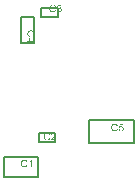
<source format=gbr>
%TF.GenerationSoftware,Altium Limited,Altium Designer,22.10.1 (41)*%
G04 Layer_Color=16711935*
%FSLAX45Y45*%
%MOMM*%
%TF.SameCoordinates,19E9B31E-7746-43A9-897C-89C24B045B63*%
%TF.FilePolarity,Positive*%
%TF.FileFunction,Other,Top_Assembly*%
%TF.Part,Single*%
G01*
G75*
%TA.AperFunction,NonConductor*%
%ADD23C,0.20000*%
G36*
X2664518Y834455D02*
X2665350Y834362D01*
X2666367Y834270D01*
X2667384Y834177D01*
X2668586Y833900D01*
X2671082Y833345D01*
X2673856Y832513D01*
X2675243Y831958D01*
X2676537Y831311D01*
X2677832Y830479D01*
X2679126Y829647D01*
X2679218Y829555D01*
X2679403Y829462D01*
X2679773Y829185D01*
X2680235Y828722D01*
X2680698Y828260D01*
X2681345Y827613D01*
X2681992Y826873D01*
X2682732Y826134D01*
X2683471Y825209D01*
X2684211Y824100D01*
X2685043Y822990D01*
X2685783Y821788D01*
X2686430Y820401D01*
X2687170Y819015D01*
X2687724Y817535D01*
X2688279Y815871D01*
X2679958Y813930D01*
Y814022D01*
X2679866Y814207D01*
X2679681Y814577D01*
X2679496Y815039D01*
X2679311Y815594D01*
X2679034Y816333D01*
X2678294Y817813D01*
X2677369Y819477D01*
X2676260Y821141D01*
X2674873Y822713D01*
X2673394Y824100D01*
X2673209Y824285D01*
X2672654Y824654D01*
X2671729Y825117D01*
X2670528Y825764D01*
X2668956Y826319D01*
X2667199Y826873D01*
X2665073Y827243D01*
X2662761Y827336D01*
X2662022D01*
X2661559Y827243D01*
X2660912D01*
X2660172Y827151D01*
X2658416Y826873D01*
X2656474Y826504D01*
X2654440Y825856D01*
X2652314Y824932D01*
X2650372Y823730D01*
X2650280D01*
X2650187Y823545D01*
X2649540Y823083D01*
X2648708Y822343D01*
X2647691Y821234D01*
X2646489Y819847D01*
X2645380Y818275D01*
X2644363Y816333D01*
X2643438Y814207D01*
Y814114D01*
X2643345Y813930D01*
X2643253Y813652D01*
X2643161Y813190D01*
X2642976Y812635D01*
X2642791Y811988D01*
X2642513Y810416D01*
X2642144Y808567D01*
X2641774Y806533D01*
X2641589Y804314D01*
X2641496Y801910D01*
Y801818D01*
Y801540D01*
Y801078D01*
Y800523D01*
X2641589Y799876D01*
Y799044D01*
X2641681Y798120D01*
X2641774Y797103D01*
X2642051Y794884D01*
X2642513Y792480D01*
X2643068Y790076D01*
X2643808Y787672D01*
Y787580D01*
X2643900Y787395D01*
X2644085Y787117D01*
X2644270Y786655D01*
X2644825Y785546D01*
X2645657Y784251D01*
X2646674Y782772D01*
X2647968Y781200D01*
X2649448Y779813D01*
X2651204Y778519D01*
X2651297D01*
X2651482Y778426D01*
X2651759Y778242D01*
X2652129Y778057D01*
X2652591Y777872D01*
X2653146Y777594D01*
X2654440Y777040D01*
X2656104Y776485D01*
X2657954Y776023D01*
X2659988Y775653D01*
X2662114Y775560D01*
X2662761D01*
X2663316Y775653D01*
X2663963D01*
X2664610Y775745D01*
X2666275Y776115D01*
X2668216Y776577D01*
X2670158Y777317D01*
X2672192Y778334D01*
X2673209Y778889D01*
X2674133Y779628D01*
X2674226Y779721D01*
X2674318Y779813D01*
X2674596Y780091D01*
X2674965Y780368D01*
X2675335Y780830D01*
X2675798Y781385D01*
X2676352Y781940D01*
X2676815Y782679D01*
X2677369Y783512D01*
X2678016Y784436D01*
X2678571Y785361D01*
X2679126Y786470D01*
X2679588Y787672D01*
X2680051Y788966D01*
X2680513Y790353D01*
X2680883Y791833D01*
X2689389Y789706D01*
Y789614D01*
X2689296Y789244D01*
X2689111Y788689D01*
X2688834Y787949D01*
X2688556Y787117D01*
X2688187Y786100D01*
X2687724Y784991D01*
X2687170Y783789D01*
X2685875Y781200D01*
X2684211Y778611D01*
X2683194Y777317D01*
X2682177Y776023D01*
X2681068Y774913D01*
X2679773Y773804D01*
X2679681Y773711D01*
X2679496Y773526D01*
X2679034Y773341D01*
X2678571Y772972D01*
X2677832Y772509D01*
X2677092Y772047D01*
X2676075Y771585D01*
X2675058Y771122D01*
X2673856Y770568D01*
X2672562Y770105D01*
X2671175Y769643D01*
X2669695Y769181D01*
X2668124Y768811D01*
X2666459Y768626D01*
X2664703Y768441D01*
X2662854Y768349D01*
X2661837D01*
X2661097Y768441D01*
X2660265D01*
X2659248Y768534D01*
X2658138Y768719D01*
X2656844Y768903D01*
X2654163Y769366D01*
X2651389Y770105D01*
X2648615Y771122D01*
X2647321Y771770D01*
X2646027Y772509D01*
X2645934Y772602D01*
X2645749Y772694D01*
X2645380Y772972D01*
X2645010Y773341D01*
X2644455Y773711D01*
X2643808Y774266D01*
X2643068Y774913D01*
X2642328Y775653D01*
X2641589Y776485D01*
X2640757Y777317D01*
X2639093Y779443D01*
X2637521Y781940D01*
X2636134Y784713D01*
Y784806D01*
X2635949Y785083D01*
X2635857Y785546D01*
X2635579Y786100D01*
X2635394Y786840D01*
X2635117Y787764D01*
X2634747Y788782D01*
X2634470Y789891D01*
X2634192Y791093D01*
X2633823Y792480D01*
X2633360Y795346D01*
X2632990Y798582D01*
X2632806Y801910D01*
Y802003D01*
Y802373D01*
Y802927D01*
X2632898Y803574D01*
Y804499D01*
X2632990Y805424D01*
X2633083Y806626D01*
X2633268Y807827D01*
X2633730Y810509D01*
X2634377Y813467D01*
X2635302Y816426D01*
X2636596Y819292D01*
X2636689Y819384D01*
X2636781Y819662D01*
X2636966Y820032D01*
X2637336Y820494D01*
X2637706Y821141D01*
X2638168Y821881D01*
X2639370Y823545D01*
X2640942Y825394D01*
X2642791Y827243D01*
X2644917Y829092D01*
X2647414Y830664D01*
X2647506Y830757D01*
X2647783Y830849D01*
X2648153Y831034D01*
X2648615Y831311D01*
X2649355Y831589D01*
X2650095Y831866D01*
X2651019Y832236D01*
X2652036Y832606D01*
X2653146Y832975D01*
X2654348Y833345D01*
X2656937Y833900D01*
X2659895Y834362D01*
X2662946Y834547D01*
X2663871D01*
X2664518Y834455D01*
D02*
G37*
G36*
X2735986Y825117D02*
X2710376D01*
X2706955Y807827D01*
X2707048Y807920D01*
X2707233Y808012D01*
X2707510Y808197D01*
X2707972Y808475D01*
X2708527Y808752D01*
X2709174Y809122D01*
X2710653Y809861D01*
X2712503Y810601D01*
X2714537Y811248D01*
X2716756Y811711D01*
X2717865Y811896D01*
X2719899D01*
X2720454Y811803D01*
X2721193Y811711D01*
X2722026Y811618D01*
X2722950Y811433D01*
X2723967Y811156D01*
X2726186Y810509D01*
X2727388Y810046D01*
X2728590Y809399D01*
X2729792Y808752D01*
X2730994Y808012D01*
X2732103Y807088D01*
X2733213Y806071D01*
X2733305Y805978D01*
X2733490Y805793D01*
X2733767Y805516D01*
X2734137Y805054D01*
X2734600Y804407D01*
X2735062Y803759D01*
X2735617Y802927D01*
X2736171Y802003D01*
X2736634Y800986D01*
X2737188Y799876D01*
X2737651Y798582D01*
X2738113Y797287D01*
X2738483Y795901D01*
X2738760Y794329D01*
X2738945Y792757D01*
X2739037Y791093D01*
Y791000D01*
Y790723D01*
Y790261D01*
X2738945Y789614D01*
X2738853Y788874D01*
X2738760Y788042D01*
X2738575Y787025D01*
X2738390Y786008D01*
X2737836Y783604D01*
X2736911Y781108D01*
X2736356Y779813D01*
X2735617Y778611D01*
X2734877Y777317D01*
X2733952Y776115D01*
X2733860Y776023D01*
X2733675Y775745D01*
X2733305Y775375D01*
X2732843Y774913D01*
X2732196Y774358D01*
X2731456Y773619D01*
X2730531Y772972D01*
X2729514Y772232D01*
X2728405Y771492D01*
X2727111Y770845D01*
X2725724Y770198D01*
X2724244Y769551D01*
X2722673Y769088D01*
X2720916Y768719D01*
X2719067Y768441D01*
X2717125Y768349D01*
X2716293D01*
X2715646Y768441D01*
X2714906Y768534D01*
X2714074Y768626D01*
X2713057Y768719D01*
X2712040Y768996D01*
X2709729Y769551D01*
X2707417Y770383D01*
X2706216Y770937D01*
X2705014Y771585D01*
X2703904Y772324D01*
X2702795Y773156D01*
X2702702Y773249D01*
X2702517Y773341D01*
X2702332Y773711D01*
X2701963Y774081D01*
X2701500Y774543D01*
X2701038Y775098D01*
X2700483Y775838D01*
X2700021Y776670D01*
X2699466Y777502D01*
X2698912Y778519D01*
X2697895Y780738D01*
X2697062Y783327D01*
X2696785Y784713D01*
X2696600Y786193D01*
X2704829Y786840D01*
Y786747D01*
Y786563D01*
X2704921Y786285D01*
X2705014Y785823D01*
X2705291Y784806D01*
X2705661Y783419D01*
X2706216Y782032D01*
X2706955Y780460D01*
X2707880Y779074D01*
X2708989Y777779D01*
X2709174Y777687D01*
X2709544Y777317D01*
X2710284Y776855D01*
X2711301Y776300D01*
X2712410Y775745D01*
X2713797Y775283D01*
X2715369Y774913D01*
X2717125Y774821D01*
X2717680D01*
X2718050Y774913D01*
X2719159Y775006D01*
X2720454Y775375D01*
X2722026Y775838D01*
X2723597Y776577D01*
X2725262Y777687D01*
X2726001Y778334D01*
X2726741Y779074D01*
X2726833Y779166D01*
X2726926Y779259D01*
X2727111Y779536D01*
X2727388Y779813D01*
X2728035Y780830D01*
X2728775Y782125D01*
X2729422Y783696D01*
X2730069Y785638D01*
X2730531Y787949D01*
X2730716Y789151D01*
Y790446D01*
Y790538D01*
Y790723D01*
Y791093D01*
X2730624Y791555D01*
Y792110D01*
X2730531Y792757D01*
X2730254Y794236D01*
X2729792Y795993D01*
X2729145Y797750D01*
X2728220Y799414D01*
X2726926Y800986D01*
Y801078D01*
X2726741Y801171D01*
X2726279Y801633D01*
X2725446Y802280D01*
X2724337Y803020D01*
X2722858Y803667D01*
X2721193Y804314D01*
X2719252Y804776D01*
X2718142Y804961D01*
X2716386D01*
X2715646Y804869D01*
X2714722Y804776D01*
X2713612Y804499D01*
X2712503Y804222D01*
X2711301Y803759D01*
X2710099Y803205D01*
X2710006Y803112D01*
X2709636Y802927D01*
X2709082Y802465D01*
X2708342Y802003D01*
X2707602Y801356D01*
X2706863Y800523D01*
X2706031Y799691D01*
X2705383Y798674D01*
X2697987Y799691D01*
X2704182Y832606D01*
X2735986D01*
Y825117D01*
D02*
G37*
G36*
X1958439Y1623793D02*
X1959363D01*
X1960288Y1623701D01*
X1961490Y1623608D01*
X1962692Y1623423D01*
X1965373Y1622961D01*
X1968331Y1622314D01*
X1971290Y1621389D01*
X1974156Y1620095D01*
X1974249Y1620003D01*
X1974526Y1619910D01*
X1974896Y1619725D01*
X1975358Y1619355D01*
X1976005Y1618986D01*
X1976745Y1618523D01*
X1978409Y1617321D01*
X1980258Y1615750D01*
X1982107Y1613901D01*
X1983956Y1611774D01*
X1985528Y1609278D01*
X1985621Y1609185D01*
X1985713Y1608908D01*
X1985898Y1608538D01*
X1986175Y1608076D01*
X1986453Y1607336D01*
X1986730Y1606596D01*
X1987100Y1605672D01*
X1987470Y1604655D01*
X1987840Y1603545D01*
X1988209Y1602344D01*
X1988764Y1599755D01*
X1989226Y1596796D01*
X1989411Y1593745D01*
Y1592821D01*
X1989319Y1592173D01*
X1989226Y1591341D01*
X1989134Y1590324D01*
X1989041Y1589307D01*
X1988764Y1588105D01*
X1988209Y1585609D01*
X1987377Y1582835D01*
X1986823Y1581448D01*
X1986175Y1580154D01*
X1985343Y1578860D01*
X1984511Y1577565D01*
X1984419Y1577473D01*
X1984326Y1577288D01*
X1984049Y1576918D01*
X1983587Y1576456D01*
X1983124Y1575994D01*
X1982477Y1575346D01*
X1981737Y1574699D01*
X1980998Y1573960D01*
X1980073Y1573220D01*
X1978964Y1572480D01*
X1977854Y1571648D01*
X1976652Y1570908D01*
X1975266Y1570261D01*
X1973879Y1569522D01*
X1972399Y1568967D01*
X1970735Y1568412D01*
X1968794Y1576733D01*
X1968886D01*
X1969071Y1576826D01*
X1969441Y1577011D01*
X1969903Y1577195D01*
X1970458Y1577380D01*
X1971197Y1577658D01*
X1972677Y1578397D01*
X1974341Y1579322D01*
X1976005Y1580431D01*
X1977577Y1581818D01*
X1978964Y1583298D01*
X1979149Y1583482D01*
X1979519Y1584037D01*
X1979981Y1584962D01*
X1980628Y1586164D01*
X1981183Y1587735D01*
X1981737Y1589492D01*
X1982107Y1591619D01*
X1982200Y1593930D01*
Y1594670D01*
X1982107Y1595132D01*
Y1595779D01*
X1982015Y1596519D01*
X1981737Y1598275D01*
X1981368Y1600217D01*
X1980720Y1602251D01*
X1979796Y1604378D01*
X1978594Y1606319D01*
Y1606412D01*
X1978409Y1606504D01*
X1977947Y1607151D01*
X1977207Y1607983D01*
X1976098Y1609000D01*
X1974711Y1610202D01*
X1973139Y1611312D01*
X1971197Y1612329D01*
X1969071Y1613253D01*
X1968979D01*
X1968794Y1613346D01*
X1968516Y1613438D01*
X1968054Y1613531D01*
X1967499Y1613716D01*
X1966852Y1613901D01*
X1965280Y1614178D01*
X1963431Y1614548D01*
X1961397Y1614918D01*
X1959178Y1615102D01*
X1956774Y1615195D01*
X1956682D01*
X1956405D01*
X1955942D01*
X1955388D01*
X1954740Y1615102D01*
X1953908D01*
X1952984Y1615010D01*
X1951967Y1614918D01*
X1949748Y1614640D01*
X1947344Y1614178D01*
X1944940Y1613623D01*
X1942536Y1612883D01*
X1942444D01*
X1942259Y1612791D01*
X1941981Y1612606D01*
X1941519Y1612421D01*
X1940410Y1611866D01*
X1939115Y1611034D01*
X1937636Y1610017D01*
X1936064Y1608723D01*
X1934677Y1607244D01*
X1933383Y1605487D01*
Y1605395D01*
X1933291Y1605210D01*
X1933106Y1604932D01*
X1932921Y1604562D01*
X1932736Y1604100D01*
X1932458Y1603545D01*
X1931904Y1602251D01*
X1931349Y1600587D01*
X1930887Y1598738D01*
X1930517Y1596704D01*
X1930424Y1594577D01*
Y1593930D01*
X1930517Y1593375D01*
Y1592728D01*
X1930609Y1592081D01*
X1930979Y1590417D01*
X1931441Y1588475D01*
X1932181Y1586534D01*
X1933198Y1584499D01*
X1933753Y1583482D01*
X1934492Y1582558D01*
X1934585Y1582465D01*
X1934677Y1582373D01*
X1934955Y1582096D01*
X1935232Y1581726D01*
X1935694Y1581356D01*
X1936249Y1580894D01*
X1936804Y1580339D01*
X1937543Y1579877D01*
X1938376Y1579322D01*
X1939300Y1578675D01*
X1940225Y1578120D01*
X1941334Y1577565D01*
X1942536Y1577103D01*
X1943831Y1576641D01*
X1945217Y1576178D01*
X1946697Y1575809D01*
X1944570Y1567303D01*
X1944478D01*
X1944108Y1567395D01*
X1943553Y1567580D01*
X1942813Y1567857D01*
X1941981Y1568135D01*
X1940964Y1568505D01*
X1939855Y1568967D01*
X1938653Y1569522D01*
X1936064Y1570816D01*
X1933475Y1572480D01*
X1932181Y1573497D01*
X1930887Y1574514D01*
X1929777Y1575624D01*
X1928668Y1576918D01*
X1928575Y1577011D01*
X1928390Y1577195D01*
X1928205Y1577658D01*
X1927836Y1578120D01*
X1927373Y1578860D01*
X1926911Y1579599D01*
X1926449Y1580616D01*
X1925986Y1581633D01*
X1925432Y1582835D01*
X1924969Y1584130D01*
X1924507Y1585517D01*
X1924045Y1586996D01*
X1923675Y1588568D01*
X1923490Y1590232D01*
X1923305Y1591988D01*
X1923213Y1593838D01*
Y1594855D01*
X1923305Y1595594D01*
Y1596426D01*
X1923398Y1597443D01*
X1923583Y1598553D01*
X1923768Y1599847D01*
X1924230Y1602528D01*
X1924969Y1605302D01*
X1925986Y1608076D01*
X1926634Y1609370D01*
X1927373Y1610665D01*
X1927466Y1610757D01*
X1927558Y1610942D01*
X1927836Y1611312D01*
X1928205Y1611682D01*
X1928575Y1612236D01*
X1929130Y1612883D01*
X1929777Y1613623D01*
X1930517Y1614363D01*
X1931349Y1615102D01*
X1932181Y1615935D01*
X1934308Y1617599D01*
X1936804Y1619170D01*
X1939578Y1620557D01*
X1939670D01*
X1939947Y1620742D01*
X1940410Y1620835D01*
X1940964Y1621112D01*
X1941704Y1621297D01*
X1942629Y1621574D01*
X1943646Y1621944D01*
X1944755Y1622222D01*
X1945957Y1622499D01*
X1947344Y1622869D01*
X1950210Y1623331D01*
X1953446Y1623701D01*
X1956774Y1623886D01*
X1956867D01*
X1957237D01*
X1957791D01*
X1958439Y1623793D01*
D02*
G37*
G36*
X1988302Y1533464D02*
Y1527084D01*
X1946882D01*
Y1518393D01*
X1939670D01*
Y1527084D01*
X1924322D01*
Y1534943D01*
X1939670D01*
Y1562772D01*
X1946882D01*
X1988302Y1533464D01*
D02*
G37*
G36*
X2141136Y1842835D02*
X2141968Y1842742D01*
X2142985Y1842650D01*
X2144002Y1842557D01*
X2145204Y1842280D01*
X2147700Y1841725D01*
X2150474Y1840893D01*
X2151861Y1840338D01*
X2153155Y1839691D01*
X2154449Y1838859D01*
X2155744Y1838027D01*
X2155836Y1837935D01*
X2156021Y1837842D01*
X2156391Y1837565D01*
X2156853Y1837102D01*
X2157315Y1836640D01*
X2157963Y1835993D01*
X2158610Y1835253D01*
X2159350Y1834514D01*
X2160089Y1833589D01*
X2160829Y1832480D01*
X2161661Y1831370D01*
X2162401Y1830168D01*
X2163048Y1828781D01*
X2163787Y1827395D01*
X2164342Y1825915D01*
X2164897Y1824251D01*
X2156576Y1822310D01*
Y1822402D01*
X2156483Y1822587D01*
X2156298Y1822957D01*
X2156114Y1823419D01*
X2155929Y1823974D01*
X2155651Y1824713D01*
X2154912Y1826193D01*
X2153987Y1827857D01*
X2152878Y1829521D01*
X2151491Y1831093D01*
X2150011Y1832480D01*
X2149827Y1832665D01*
X2149272Y1833034D01*
X2148347Y1833497D01*
X2147145Y1834144D01*
X2145574Y1834699D01*
X2143817Y1835253D01*
X2141690Y1835623D01*
X2139379Y1835716D01*
X2138639D01*
X2138177Y1835623D01*
X2137530D01*
X2136790Y1835531D01*
X2135034Y1835253D01*
X2133092Y1834884D01*
X2131058Y1834236D01*
X2128931Y1833312D01*
X2126990Y1832110D01*
X2126897D01*
X2126805Y1831925D01*
X2126158Y1831463D01*
X2125326Y1830723D01*
X2124309Y1829614D01*
X2123107Y1828227D01*
X2121997Y1826655D01*
X2120980Y1824713D01*
X2120056Y1822587D01*
Y1822494D01*
X2119963Y1822310D01*
X2119871Y1822032D01*
X2119778Y1821570D01*
X2119593Y1821015D01*
X2119409Y1820368D01*
X2119131Y1818796D01*
X2118761Y1816947D01*
X2118391Y1814913D01*
X2118207Y1812694D01*
X2118114Y1810290D01*
Y1810198D01*
Y1809920D01*
Y1809458D01*
Y1808903D01*
X2118207Y1808256D01*
Y1807424D01*
X2118299Y1806500D01*
X2118391Y1805483D01*
X2118669Y1803264D01*
X2119131Y1800860D01*
X2119686Y1798456D01*
X2120426Y1796052D01*
Y1795960D01*
X2120518Y1795775D01*
X2120703Y1795497D01*
X2120888Y1795035D01*
X2121443Y1793926D01*
X2122275Y1792631D01*
X2123292Y1791152D01*
X2124586Y1789580D01*
X2126065Y1788193D01*
X2127822Y1786899D01*
X2127914D01*
X2128099Y1786806D01*
X2128377Y1786622D01*
X2128747Y1786437D01*
X2129209Y1786252D01*
X2129764Y1785974D01*
X2131058Y1785420D01*
X2132722Y1784865D01*
X2134571Y1784403D01*
X2136605Y1784033D01*
X2138732Y1783940D01*
X2139379D01*
X2139934Y1784033D01*
X2140581D01*
X2141228Y1784125D01*
X2142892Y1784495D01*
X2144834Y1784957D01*
X2146775Y1785697D01*
X2148810Y1786714D01*
X2149827Y1787269D01*
X2150751Y1788008D01*
X2150844Y1788101D01*
X2150936Y1788193D01*
X2151213Y1788471D01*
X2151583Y1788748D01*
X2151953Y1789210D01*
X2152415Y1789765D01*
X2152970Y1790320D01*
X2153432Y1791059D01*
X2153987Y1791892D01*
X2154634Y1792816D01*
X2155189Y1793741D01*
X2155744Y1794850D01*
X2156206Y1796052D01*
X2156668Y1797346D01*
X2157131Y1798733D01*
X2157500Y1800213D01*
X2166006Y1798086D01*
Y1797994D01*
X2165914Y1797624D01*
X2165729Y1797069D01*
X2165452Y1796329D01*
X2165174Y1795497D01*
X2164804Y1794480D01*
X2164342Y1793371D01*
X2163787Y1792169D01*
X2162493Y1789580D01*
X2160829Y1786991D01*
X2159812Y1785697D01*
X2158795Y1784403D01*
X2157685Y1783293D01*
X2156391Y1782184D01*
X2156298Y1782091D01*
X2156114Y1781906D01*
X2155651Y1781721D01*
X2155189Y1781352D01*
X2154449Y1780889D01*
X2153710Y1780427D01*
X2152693Y1779965D01*
X2151676Y1779502D01*
X2150474Y1778948D01*
X2149179Y1778485D01*
X2147793Y1778023D01*
X2146313Y1777561D01*
X2144741Y1777191D01*
X2143077Y1777006D01*
X2141321Y1776821D01*
X2139471Y1776729D01*
X2138454D01*
X2137715Y1776821D01*
X2136883D01*
X2135866Y1776914D01*
X2134756Y1777099D01*
X2133462Y1777283D01*
X2130781Y1777746D01*
X2128007Y1778485D01*
X2125233Y1779502D01*
X2123939Y1780150D01*
X2122644Y1780889D01*
X2122552Y1780982D01*
X2122367Y1781074D01*
X2121997Y1781352D01*
X2121627Y1781721D01*
X2121073Y1782091D01*
X2120426Y1782646D01*
X2119686Y1783293D01*
X2118946Y1784033D01*
X2118207Y1784865D01*
X2117374Y1785697D01*
X2115710Y1787823D01*
X2114139Y1790320D01*
X2112752Y1793093D01*
Y1793186D01*
X2112567Y1793463D01*
X2112474Y1793926D01*
X2112197Y1794480D01*
X2112012Y1795220D01*
X2111735Y1796144D01*
X2111365Y1797162D01*
X2111087Y1798271D01*
X2110810Y1799473D01*
X2110440Y1800860D01*
X2109978Y1803726D01*
X2109608Y1806962D01*
X2109423Y1810290D01*
Y1810383D01*
Y1810753D01*
Y1811307D01*
X2109516Y1811954D01*
Y1812879D01*
X2109608Y1813804D01*
X2109701Y1815006D01*
X2109886Y1816207D01*
X2110348Y1818889D01*
X2110995Y1821847D01*
X2111920Y1824806D01*
X2113214Y1827672D01*
X2113306Y1827764D01*
X2113399Y1828042D01*
X2113584Y1828412D01*
X2113954Y1828874D01*
X2114323Y1829521D01*
X2114786Y1830261D01*
X2115988Y1831925D01*
X2117559Y1833774D01*
X2119409Y1835623D01*
X2121535Y1837472D01*
X2124031Y1839044D01*
X2124124Y1839137D01*
X2124401Y1839229D01*
X2124771Y1839414D01*
X2125233Y1839691D01*
X2125973Y1839969D01*
X2126713Y1840246D01*
X2127637Y1840616D01*
X2128654Y1840986D01*
X2129764Y1841355D01*
X2130966Y1841725D01*
X2133554Y1842280D01*
X2136513Y1842742D01*
X2139564Y1842927D01*
X2140488D01*
X2141136Y1842835D01*
D02*
G37*
G36*
X2195222Y1842003D02*
X2196424Y1841818D01*
X2197904Y1841540D01*
X2199568Y1841078D01*
X2201232Y1840523D01*
X2202896Y1839784D01*
X2202989D01*
X2203081Y1839691D01*
X2203636Y1839414D01*
X2204468Y1838859D01*
X2205393Y1838212D01*
X2206502Y1837287D01*
X2207612Y1836270D01*
X2208721Y1835068D01*
X2209646Y1833682D01*
X2209738Y1833497D01*
X2210015Y1833034D01*
X2210385Y1832202D01*
X2210847Y1831185D01*
X2211310Y1829983D01*
X2211680Y1828597D01*
X2211957Y1827025D01*
X2212049Y1825453D01*
Y1825268D01*
Y1824713D01*
X2211957Y1823974D01*
X2211772Y1822957D01*
X2211495Y1821755D01*
X2211032Y1820460D01*
X2210478Y1819166D01*
X2209738Y1817872D01*
X2209646Y1817687D01*
X2209368Y1817317D01*
X2208813Y1816670D01*
X2208074Y1815930D01*
X2207149Y1815098D01*
X2206040Y1814173D01*
X2204745Y1813341D01*
X2203174Y1812509D01*
X2203266D01*
X2203451Y1812417D01*
X2203728Y1812324D01*
X2204098Y1812232D01*
X2205115Y1811862D01*
X2206410Y1811307D01*
X2207889Y1810568D01*
X2209368Y1809643D01*
X2210755Y1808441D01*
X2212049Y1807054D01*
X2212142Y1806869D01*
X2212512Y1806315D01*
X2213066Y1805390D01*
X2213621Y1804188D01*
X2214176Y1802709D01*
X2214731Y1800952D01*
X2215100Y1798918D01*
X2215193Y1796699D01*
Y1796607D01*
Y1796329D01*
Y1795867D01*
X2215100Y1795312D01*
X2215008Y1794573D01*
X2214823Y1793741D01*
X2214638Y1792816D01*
X2214453Y1791799D01*
X2213714Y1789580D01*
X2213159Y1788378D01*
X2212604Y1787269D01*
X2211865Y1786067D01*
X2211032Y1784865D01*
X2210108Y1783663D01*
X2208998Y1782553D01*
X2208906Y1782461D01*
X2208721Y1782276D01*
X2208351Y1781999D01*
X2207889Y1781629D01*
X2207334Y1781167D01*
X2206595Y1780704D01*
X2205762Y1780150D01*
X2204745Y1779687D01*
X2203728Y1779133D01*
X2202526Y1778578D01*
X2201325Y1778116D01*
X2199938Y1777653D01*
X2198458Y1777283D01*
X2196887Y1777006D01*
X2195315Y1776821D01*
X2193558Y1776729D01*
X2192726D01*
X2192171Y1776821D01*
X2191432Y1776914D01*
X2190600Y1777006D01*
X2189675Y1777191D01*
X2188658Y1777376D01*
X2186439Y1777931D01*
X2184128Y1778855D01*
X2182926Y1779410D01*
X2181816Y1780057D01*
X2180707Y1780889D01*
X2179597Y1781721D01*
X2179505Y1781814D01*
X2179320Y1781999D01*
X2179043Y1782276D01*
X2178765Y1782646D01*
X2178303Y1783108D01*
X2177841Y1783755D01*
X2177286Y1784403D01*
X2176731Y1785235D01*
X2176176Y1786159D01*
X2175622Y1787084D01*
X2174605Y1789303D01*
X2173773Y1791892D01*
X2173495Y1793278D01*
X2173310Y1794758D01*
X2181169Y1795775D01*
Y1795682D01*
X2181262Y1795497D01*
X2181354Y1795127D01*
X2181446Y1794665D01*
X2181539Y1794110D01*
X2181724Y1793463D01*
X2182186Y1792076D01*
X2182833Y1790412D01*
X2183665Y1788840D01*
X2184590Y1787361D01*
X2185699Y1786067D01*
X2185884Y1785974D01*
X2186254Y1785605D01*
X2186994Y1785142D01*
X2187918Y1784680D01*
X2189028Y1784125D01*
X2190415Y1783663D01*
X2191986Y1783293D01*
X2193651Y1783201D01*
X2194205D01*
X2194575Y1783293D01*
X2195592Y1783386D01*
X2196887Y1783663D01*
X2198366Y1784125D01*
X2199938Y1784772D01*
X2201509Y1785697D01*
X2202989Y1786991D01*
X2203174Y1787176D01*
X2203636Y1787731D01*
X2204191Y1788563D01*
X2204930Y1789673D01*
X2205670Y1791059D01*
X2206225Y1792631D01*
X2206687Y1794480D01*
X2206872Y1796514D01*
Y1796607D01*
Y1796792D01*
Y1797069D01*
X2206779Y1797439D01*
X2206687Y1798456D01*
X2206410Y1799658D01*
X2206040Y1801137D01*
X2205393Y1802616D01*
X2204468Y1804096D01*
X2203266Y1805483D01*
X2203081Y1805667D01*
X2202619Y1806037D01*
X2201879Y1806592D01*
X2200862Y1807239D01*
X2199568Y1807886D01*
X2197996Y1808441D01*
X2196239Y1808811D01*
X2194298Y1808996D01*
X2193466D01*
X2192819Y1808903D01*
X2191986Y1808811D01*
X2191062Y1808626D01*
X2189952Y1808441D01*
X2188751Y1808164D01*
X2189675Y1815098D01*
X2190137D01*
X2190507Y1815006D01*
X2191709D01*
X2192726Y1815190D01*
X2193928Y1815375D01*
X2195315Y1815653D01*
X2196887Y1816115D01*
X2198366Y1816762D01*
X2199938Y1817594D01*
X2200030D01*
X2200123Y1817687D01*
X2200585Y1818057D01*
X2201232Y1818704D01*
X2201972Y1819536D01*
X2202711Y1820738D01*
X2203359Y1822125D01*
X2203821Y1823696D01*
X2204006Y1824621D01*
Y1825638D01*
Y1825730D01*
Y1825823D01*
Y1826378D01*
X2203821Y1827117D01*
X2203636Y1828134D01*
X2203266Y1829244D01*
X2202804Y1830446D01*
X2202064Y1831648D01*
X2201047Y1832757D01*
X2200955Y1832850D01*
X2200492Y1833219D01*
X2199845Y1833682D01*
X2199013Y1834236D01*
X2197904Y1834699D01*
X2196609Y1835161D01*
X2195130Y1835531D01*
X2193466Y1835623D01*
X2192726D01*
X2191894Y1835438D01*
X2190785Y1835253D01*
X2189583Y1834884D01*
X2188381Y1834421D01*
X2187086Y1833682D01*
X2185884Y1832757D01*
X2185792Y1832665D01*
X2185422Y1832202D01*
X2184867Y1831555D01*
X2184220Y1830631D01*
X2183573Y1829429D01*
X2182926Y1827949D01*
X2182371Y1826193D01*
X2182001Y1824159D01*
X2174142Y1825545D01*
Y1825638D01*
X2174235Y1825915D01*
X2174327Y1826285D01*
X2174420Y1826840D01*
X2174605Y1827487D01*
X2174882Y1828227D01*
X2175437Y1829983D01*
X2176361Y1832017D01*
X2177471Y1834051D01*
X2178858Y1835993D01*
X2180614Y1837750D01*
X2180707Y1837842D01*
X2180892Y1837935D01*
X2181169Y1838120D01*
X2181539Y1838397D01*
X2182001Y1838767D01*
X2182648Y1839137D01*
X2183296Y1839506D01*
X2184128Y1839969D01*
X2185977Y1840708D01*
X2188103Y1841448D01*
X2190600Y1841910D01*
X2191894Y1842095D01*
X2194205D01*
X2195222Y1842003D01*
D02*
G37*
G36*
X2093019Y758256D02*
X2093851Y758164D01*
X2094868Y758071D01*
X2095885Y757979D01*
X2097087Y757701D01*
X2099584Y757147D01*
X2102357Y756314D01*
X2103744Y755760D01*
X2105038Y755113D01*
X2106333Y754280D01*
X2107627Y753448D01*
X2107720Y753356D01*
X2107905Y753263D01*
X2108274Y752986D01*
X2108737Y752524D01*
X2109199Y752061D01*
X2109846Y751414D01*
X2110493Y750675D01*
X2111233Y749935D01*
X2111973Y749010D01*
X2112712Y747901D01*
X2113544Y746791D01*
X2114284Y745590D01*
X2114931Y744203D01*
X2115671Y742816D01*
X2116226Y741337D01*
X2116780Y739672D01*
X2108459Y737731D01*
Y737823D01*
X2108367Y738008D01*
X2108182Y738378D01*
X2107997Y738840D01*
X2107812Y739395D01*
X2107535Y740135D01*
X2106795Y741614D01*
X2105871Y743278D01*
X2104761Y744942D01*
X2103374Y746514D01*
X2101895Y747901D01*
X2101710Y748086D01*
X2101155Y748456D01*
X2100231Y748918D01*
X2099029Y749565D01*
X2097457Y750120D01*
X2095700Y750675D01*
X2093574Y751044D01*
X2091263Y751137D01*
X2090523D01*
X2090061Y751044D01*
X2089413D01*
X2088674Y750952D01*
X2086917Y750675D01*
X2084976Y750305D01*
X2082941Y749658D01*
X2080815Y748733D01*
X2078873Y747531D01*
X2078781D01*
X2078689Y747346D01*
X2078041Y746884D01*
X2077209Y746144D01*
X2076192Y745035D01*
X2074990Y743648D01*
X2073881Y742076D01*
X2072864Y740135D01*
X2071939Y738008D01*
Y737916D01*
X2071847Y737731D01*
X2071754Y737453D01*
X2071662Y736991D01*
X2071477Y736436D01*
X2071292Y735789D01*
X2071015Y734217D01*
X2070645Y732368D01*
X2070275Y730334D01*
X2070090Y728115D01*
X2069998Y725712D01*
Y725619D01*
Y725342D01*
Y724879D01*
Y724325D01*
X2070090Y723677D01*
Y722845D01*
X2070183Y721921D01*
X2070275Y720904D01*
X2070552Y718685D01*
X2071015Y716281D01*
X2071569Y713877D01*
X2072309Y711473D01*
Y711381D01*
X2072401Y711196D01*
X2072586Y710919D01*
X2072771Y710456D01*
X2073326Y709347D01*
X2074158Y708052D01*
X2075175Y706573D01*
X2076470Y705001D01*
X2077949Y703615D01*
X2079706Y702320D01*
X2079798D01*
X2079983Y702228D01*
X2080260Y702043D01*
X2080630Y701858D01*
X2081092Y701673D01*
X2081647Y701396D01*
X2082941Y700841D01*
X2084606Y700286D01*
X2086455Y699824D01*
X2088489Y699454D01*
X2090615Y699362D01*
X2091263D01*
X2091817Y699454D01*
X2092464D01*
X2093112Y699546D01*
X2094776Y699916D01*
X2096717Y700379D01*
X2098659Y701118D01*
X2100693Y702135D01*
X2101710Y702690D01*
X2102635Y703430D01*
X2102727Y703522D01*
X2102820Y703615D01*
X2103097Y703892D01*
X2103467Y704169D01*
X2103837Y704632D01*
X2104299Y705186D01*
X2104854Y705741D01*
X2105316Y706481D01*
X2105871Y707313D01*
X2106518Y708237D01*
X2107072Y709162D01*
X2107627Y710271D01*
X2108090Y711473D01*
X2108552Y712768D01*
X2109014Y714155D01*
X2109384Y715634D01*
X2117890Y713507D01*
Y713415D01*
X2117797Y713045D01*
X2117612Y712490D01*
X2117335Y711751D01*
X2117058Y710919D01*
X2116688Y709902D01*
X2116226Y708792D01*
X2115671Y707590D01*
X2114377Y705001D01*
X2112712Y702413D01*
X2111695Y701118D01*
X2110678Y699824D01*
X2109569Y698714D01*
X2108274Y697605D01*
X2108182Y697512D01*
X2107997Y697328D01*
X2107535Y697143D01*
X2107072Y696773D01*
X2106333Y696311D01*
X2105593Y695848D01*
X2104576Y695386D01*
X2103559Y694924D01*
X2102357Y694369D01*
X2101063Y693907D01*
X2099676Y693444D01*
X2098197Y692982D01*
X2096625Y692612D01*
X2094961Y692427D01*
X2093204Y692242D01*
X2091355Y692150D01*
X2090338D01*
X2089598Y692242D01*
X2088766D01*
X2087749Y692335D01*
X2086640Y692520D01*
X2085345Y692705D01*
X2082664Y693167D01*
X2079890Y693907D01*
X2077117Y694924D01*
X2075822Y695571D01*
X2074528Y696311D01*
X2074436Y696403D01*
X2074251Y696495D01*
X2073881Y696773D01*
X2073511Y697143D01*
X2072956Y697512D01*
X2072309Y698067D01*
X2071569Y698714D01*
X2070830Y699454D01*
X2070090Y700286D01*
X2069258Y701118D01*
X2067594Y703245D01*
X2066022Y705741D01*
X2064635Y708515D01*
Y708607D01*
X2064450Y708885D01*
X2064358Y709347D01*
X2064080Y709902D01*
X2063896Y710641D01*
X2063618Y711566D01*
X2063248Y712583D01*
X2062971Y713692D01*
X2062694Y714894D01*
X2062324Y716281D01*
X2061862Y719147D01*
X2061492Y722383D01*
X2061307Y725712D01*
Y725804D01*
Y726174D01*
Y726729D01*
X2061399Y727376D01*
Y728300D01*
X2061492Y729225D01*
X2061584Y730427D01*
X2061769Y731629D01*
X2062231Y734310D01*
X2062879Y737269D01*
X2063803Y740227D01*
X2065097Y743093D01*
X2065190Y743186D01*
X2065282Y743463D01*
X2065467Y743833D01*
X2065837Y744295D01*
X2066207Y744942D01*
X2066669Y745682D01*
X2067871Y747346D01*
X2069443Y749195D01*
X2071292Y751044D01*
X2073419Y752894D01*
X2075915Y754465D01*
X2076007Y754558D01*
X2076285Y754650D01*
X2076654Y754835D01*
X2077117Y755113D01*
X2077856Y755390D01*
X2078596Y755667D01*
X2079521Y756037D01*
X2080538Y756407D01*
X2081647Y756777D01*
X2082849Y757147D01*
X2085438Y757701D01*
X2088396Y758164D01*
X2091447Y758348D01*
X2092372D01*
X2093019Y758256D01*
D02*
G37*
G36*
X2147846Y757424D02*
X2148585Y757331D01*
X2149510Y757239D01*
X2150527Y757054D01*
X2151544Y756869D01*
X2153948Y756222D01*
X2156352Y755297D01*
X2157553Y754743D01*
X2158755Y754096D01*
X2159865Y753263D01*
X2160882Y752339D01*
X2160974Y752246D01*
X2161159Y752154D01*
X2161344Y751784D01*
X2161714Y751414D01*
X2162176Y750952D01*
X2162639Y750305D01*
X2163101Y749658D01*
X2163656Y748826D01*
X2164580Y747069D01*
X2165505Y744850D01*
X2165875Y743740D01*
X2166059Y742446D01*
X2166244Y741152D01*
X2166337Y739765D01*
Y739580D01*
Y739118D01*
X2166244Y738378D01*
X2166152Y737361D01*
X2165967Y736252D01*
X2165597Y734957D01*
X2165227Y733570D01*
X2164673Y732183D01*
X2164580Y731999D01*
X2164395Y731536D01*
X2164025Y730797D01*
X2163471Y729780D01*
X2162731Y728670D01*
X2161806Y727283D01*
X2160697Y725896D01*
X2159403Y724325D01*
X2159218Y724140D01*
X2158755Y723585D01*
X2158293Y723123D01*
X2157831Y722660D01*
X2157276Y722106D01*
X2156536Y721366D01*
X2155797Y720626D01*
X2154872Y719794D01*
X2153948Y718870D01*
X2152838Y717853D01*
X2151636Y716836D01*
X2150342Y715634D01*
X2148863Y714432D01*
X2147383Y713138D01*
X2147291Y713045D01*
X2147106Y712860D01*
X2146736Y712583D01*
X2146274Y712213D01*
X2145719Y711658D01*
X2145072Y711103D01*
X2143593Y709902D01*
X2142021Y708515D01*
X2140542Y707128D01*
X2139247Y705926D01*
X2138692Y705464D01*
X2138230Y705001D01*
X2138138Y704909D01*
X2137860Y704632D01*
X2137491Y704262D01*
X2137028Y703707D01*
X2136566Y703060D01*
X2136011Y702413D01*
X2134902Y700841D01*
X2166429D01*
Y693259D01*
X2123992D01*
Y693352D01*
Y693722D01*
Y694276D01*
X2124084Y695016D01*
X2124177Y695848D01*
X2124362Y696773D01*
X2124547Y697697D01*
X2124917Y698714D01*
Y698807D01*
X2125009Y698899D01*
X2125194Y699454D01*
X2125564Y700286D01*
X2126118Y701396D01*
X2126858Y702690D01*
X2127783Y704169D01*
X2128800Y705649D01*
X2130094Y707220D01*
Y707313D01*
X2130279Y707405D01*
X2130741Y707960D01*
X2131573Y708792D01*
X2132775Y709994D01*
X2134162Y711381D01*
X2135919Y713045D01*
X2138045Y714894D01*
X2140357Y716836D01*
X2140449Y716928D01*
X2140819Y717206D01*
X2141374Y717668D01*
X2142021Y718223D01*
X2142853Y718962D01*
X2143870Y719794D01*
X2144887Y720719D01*
X2146089Y721736D01*
X2148400Y723955D01*
X2150712Y726174D01*
X2151821Y727283D01*
X2152838Y728393D01*
X2153763Y729410D01*
X2154502Y730427D01*
Y730519D01*
X2154687Y730612D01*
X2154872Y730889D01*
X2155057Y731259D01*
X2155704Y732276D01*
X2156444Y733478D01*
X2157091Y734957D01*
X2157738Y736529D01*
X2158108Y738286D01*
X2158293Y739950D01*
Y740042D01*
Y740135D01*
X2158201Y740689D01*
X2158108Y741614D01*
X2157831Y742631D01*
X2157461Y743925D01*
X2156814Y745220D01*
X2155982Y746514D01*
X2154872Y747809D01*
X2154687Y747993D01*
X2154225Y748363D01*
X2153578Y748826D01*
X2152561Y749473D01*
X2151266Y750027D01*
X2149787Y750582D01*
X2148031Y750952D01*
X2146089Y751044D01*
X2145534D01*
X2145164Y750952D01*
X2144055Y750860D01*
X2142761Y750582D01*
X2141374Y750212D01*
X2139802Y749565D01*
X2138323Y748733D01*
X2136936Y747624D01*
X2136751Y747439D01*
X2136381Y746976D01*
X2135826Y746237D01*
X2135272Y745127D01*
X2134624Y743833D01*
X2134070Y742169D01*
X2133700Y740320D01*
X2133515Y738193D01*
X2125471Y739025D01*
Y739118D01*
X2125564Y739395D01*
Y739857D01*
X2125656Y740504D01*
X2125841Y741244D01*
X2126026Y742076D01*
X2126303Y743093D01*
X2126581Y744110D01*
X2127320Y746329D01*
X2128430Y748548D01*
X2129077Y749658D01*
X2129909Y750767D01*
X2130741Y751784D01*
X2131666Y752709D01*
X2131758Y752801D01*
X2131943Y752894D01*
X2132221Y753171D01*
X2132683Y753448D01*
X2133238Y753818D01*
X2133885Y754188D01*
X2134624Y754650D01*
X2135549Y755113D01*
X2136566Y755575D01*
X2137675Y756037D01*
X2138877Y756407D01*
X2140172Y756777D01*
X2141559Y757054D01*
X2143038Y757331D01*
X2144610Y757424D01*
X2146274Y757516D01*
X2147198D01*
X2147846Y757424D01*
D02*
G37*
G36*
X1901319Y529655D02*
X1902151Y529562D01*
X1903168Y529470D01*
X1904185Y529377D01*
X1905387Y529100D01*
X1907883Y528545D01*
X1910657Y527713D01*
X1912044Y527158D01*
X1913338Y526511D01*
X1914633Y525679D01*
X1915927Y524847D01*
X1916020Y524755D01*
X1916204Y524662D01*
X1916574Y524385D01*
X1917037Y523922D01*
X1917499Y523460D01*
X1918146Y522813D01*
X1918793Y522073D01*
X1919533Y521334D01*
X1920273Y520409D01*
X1921012Y519300D01*
X1921844Y518190D01*
X1922584Y516988D01*
X1923231Y515601D01*
X1923971Y514215D01*
X1924525Y512735D01*
X1925080Y511071D01*
X1916759Y509130D01*
Y509222D01*
X1916667Y509407D01*
X1916482Y509777D01*
X1916297Y510239D01*
X1916112Y510794D01*
X1915835Y511533D01*
X1915095Y513013D01*
X1914170Y514677D01*
X1913061Y516341D01*
X1911674Y517913D01*
X1910195Y519300D01*
X1910010Y519485D01*
X1909455Y519854D01*
X1908531Y520317D01*
X1907329Y520964D01*
X1905757Y521519D01*
X1904000Y522073D01*
X1901874Y522443D01*
X1899562Y522536D01*
X1898823D01*
X1898360Y522443D01*
X1897713D01*
X1896974Y522351D01*
X1895217Y522073D01*
X1893275Y521704D01*
X1891241Y521056D01*
X1889115Y520132D01*
X1887173Y518930D01*
X1887081D01*
X1886988Y518745D01*
X1886341Y518283D01*
X1885509Y517543D01*
X1884492Y516434D01*
X1883290Y515047D01*
X1882181Y513475D01*
X1881164Y511533D01*
X1880239Y509407D01*
Y509314D01*
X1880147Y509130D01*
X1880054Y508852D01*
X1879962Y508390D01*
X1879777Y507835D01*
X1879592Y507188D01*
X1879315Y505616D01*
X1878945Y503767D01*
X1878575Y501733D01*
X1878390Y499514D01*
X1878297Y497110D01*
Y497018D01*
Y496740D01*
Y496278D01*
Y495723D01*
X1878390Y495076D01*
Y494244D01*
X1878482Y493320D01*
X1878575Y492303D01*
X1878852Y490084D01*
X1879315Y487680D01*
X1879869Y485276D01*
X1880609Y482872D01*
Y482780D01*
X1880701Y482595D01*
X1880886Y482317D01*
X1881071Y481855D01*
X1881626Y480746D01*
X1882458Y479451D01*
X1883475Y477972D01*
X1884769Y476400D01*
X1886249Y475013D01*
X1888005Y473719D01*
X1888098D01*
X1888283Y473626D01*
X1888560Y473442D01*
X1888930Y473257D01*
X1889392Y473072D01*
X1889947Y472794D01*
X1891241Y472240D01*
X1892906Y471685D01*
X1894755Y471223D01*
X1896789Y470853D01*
X1898915Y470760D01*
X1899562D01*
X1900117Y470853D01*
X1900764D01*
X1901411Y470945D01*
X1903076Y471315D01*
X1905017Y471777D01*
X1906959Y472517D01*
X1908993Y473534D01*
X1910010Y474089D01*
X1910934Y474828D01*
X1911027Y474921D01*
X1911119Y475013D01*
X1911397Y475291D01*
X1911767Y475568D01*
X1912136Y476030D01*
X1912599Y476585D01*
X1913153Y477140D01*
X1913616Y477879D01*
X1914170Y478712D01*
X1914818Y479636D01*
X1915372Y480561D01*
X1915927Y481670D01*
X1916389Y482872D01*
X1916852Y484166D01*
X1917314Y485553D01*
X1917684Y487033D01*
X1926190Y484906D01*
Y484814D01*
X1926097Y484444D01*
X1925912Y483889D01*
X1925635Y483149D01*
X1925358Y482317D01*
X1924988Y481300D01*
X1924525Y480191D01*
X1923971Y478989D01*
X1922676Y476400D01*
X1921012Y473811D01*
X1919995Y472517D01*
X1918978Y471223D01*
X1917869Y470113D01*
X1916574Y469004D01*
X1916482Y468911D01*
X1916297Y468726D01*
X1915835Y468541D01*
X1915372Y468172D01*
X1914633Y467709D01*
X1913893Y467247D01*
X1912876Y466785D01*
X1911859Y466322D01*
X1910657Y465768D01*
X1909363Y465305D01*
X1907976Y464843D01*
X1906497Y464381D01*
X1904925Y464011D01*
X1903261Y463826D01*
X1901504Y463641D01*
X1899655Y463549D01*
X1898638D01*
X1897898Y463641D01*
X1897066D01*
X1896049Y463734D01*
X1894940Y463919D01*
X1893645Y464103D01*
X1890964Y464566D01*
X1888190Y465305D01*
X1885417Y466322D01*
X1884122Y466970D01*
X1882828Y467709D01*
X1882735Y467802D01*
X1882550Y467894D01*
X1882181Y468172D01*
X1881811Y468541D01*
X1881256Y468911D01*
X1880609Y469466D01*
X1879869Y470113D01*
X1879130Y470853D01*
X1878390Y471685D01*
X1877558Y472517D01*
X1875894Y474643D01*
X1874322Y477140D01*
X1872935Y479913D01*
Y480006D01*
X1872750Y480283D01*
X1872658Y480746D01*
X1872380Y481300D01*
X1872195Y482040D01*
X1871918Y482964D01*
X1871548Y483982D01*
X1871271Y485091D01*
X1870993Y486293D01*
X1870624Y487680D01*
X1870161Y490546D01*
X1869792Y493782D01*
X1869607Y497110D01*
Y497203D01*
Y497573D01*
Y498127D01*
X1869699Y498774D01*
Y499699D01*
X1869792Y500624D01*
X1869884Y501826D01*
X1870069Y503027D01*
X1870531Y505709D01*
X1871178Y508667D01*
X1872103Y511626D01*
X1873397Y514492D01*
X1873490Y514584D01*
X1873582Y514862D01*
X1873767Y515232D01*
X1874137Y515694D01*
X1874507Y516341D01*
X1874969Y517081D01*
X1876171Y518745D01*
X1877743Y520594D01*
X1879592Y522443D01*
X1881718Y524292D01*
X1884215Y525864D01*
X1884307Y525957D01*
X1884584Y526049D01*
X1884954Y526234D01*
X1885417Y526511D01*
X1886156Y526789D01*
X1886896Y527066D01*
X1887820Y527436D01*
X1888837Y527806D01*
X1889947Y528175D01*
X1891149Y528545D01*
X1893738Y529100D01*
X1896696Y529562D01*
X1899747Y529747D01*
X1900672D01*
X1901319Y529655D01*
D02*
G37*
G36*
X1962987Y464658D02*
X1955128D01*
Y514677D01*
X1955036Y514584D01*
X1954574Y514215D01*
X1954019Y513660D01*
X1953094Y513013D01*
X1952077Y512181D01*
X1950783Y511256D01*
X1949304Y510239D01*
X1947639Y509222D01*
X1947547D01*
X1947455Y509130D01*
X1946900Y508760D01*
X1945975Y508297D01*
X1944866Y507743D01*
X1943571Y507096D01*
X1942185Y506448D01*
X1940798Y505801D01*
X1939411Y505246D01*
Y512828D01*
X1939503D01*
X1939688Y513013D01*
X1940058Y513105D01*
X1940520Y513383D01*
X1941075Y513660D01*
X1941722Y514030D01*
X1943294Y514954D01*
X1945143Y515971D01*
X1946992Y517266D01*
X1948934Y518745D01*
X1950875Y520317D01*
X1950968Y520409D01*
X1951060Y520502D01*
X1951338Y520779D01*
X1951708Y521056D01*
X1952540Y521981D01*
X1953649Y523090D01*
X1954759Y524385D01*
X1955961Y525864D01*
X1956978Y527343D01*
X1957902Y528915D01*
X1962987D01*
Y464658D01*
D02*
G37*
%LPC*%
G36*
X1946882Y1555098D02*
Y1534943D01*
X1975543D01*
X1946882Y1555098D01*
D02*
G37*
%LPD*%
D23*
X2442200Y667746D02*
Y868954D01*
Y667746D02*
X2823413D01*
Y868954D01*
X2442200D02*
X2823413D01*
X1868213Y1733882D02*
X1978215D01*
X1868213Y1513882D02*
Y1733882D01*
Y1513882D02*
X1978215D01*
Y1733882D01*
X2039422Y1739229D02*
Y1814231D01*
Y1739229D02*
X2179427D01*
Y1814231D01*
X2039422D02*
X2179427D01*
X2018604Y680049D02*
Y755051D01*
Y680049D02*
X2158609D01*
Y755051D01*
X2018604D02*
X2158609D01*
X1729608Y378551D02*
Y548549D01*
Y378551D02*
X2009608D01*
Y548549D01*
X1729608D02*
X2009608D01*
%TF.MD5,223db9341020aa3f422f754a7f1a1610*%
M02*

</source>
